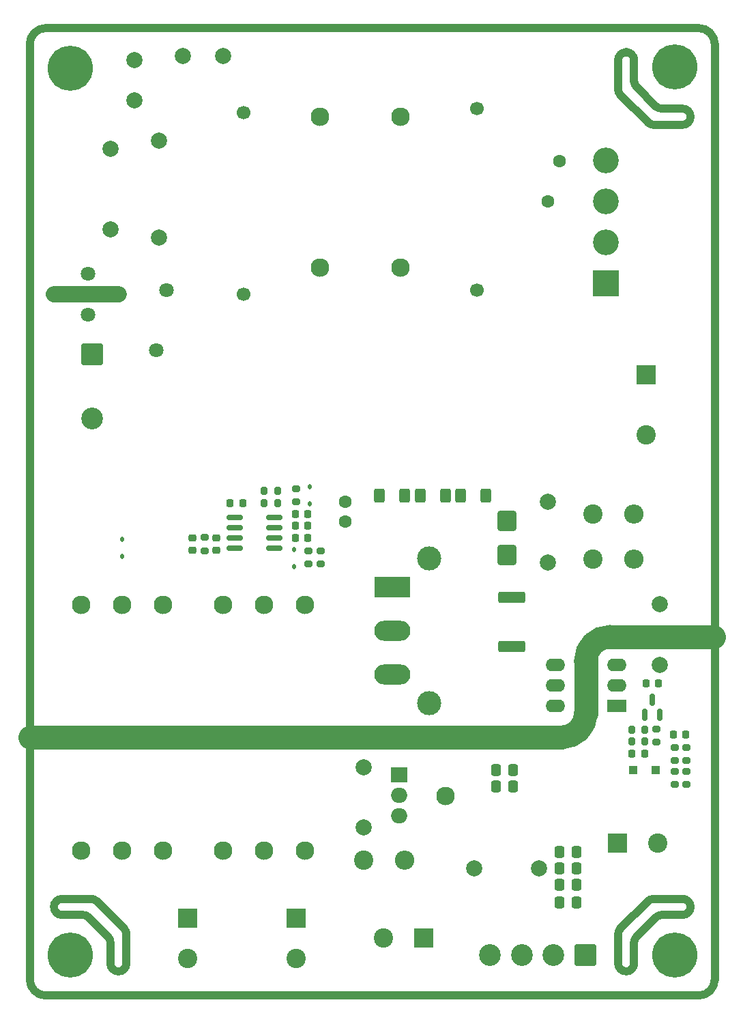
<source format=gbr>
%TF.GenerationSoftware,KiCad,Pcbnew,7.99.0-3539-g7abe2e3ea0*%
%TF.CreationDate,2023-11-11T19:40:51+01:00*%
%TF.ProjectId,ACDC150V24,41434443-3135-4305-9632-342e6b696361,rev?*%
%TF.SameCoordinates,Original*%
%TF.FileFunction,Soldermask,Top*%
%TF.FilePolarity,Negative*%
%FSLAX46Y46*%
G04 Gerber Fmt 4.6, Leading zero omitted, Abs format (unit mm)*
G04 Created by KiCad (PCBNEW 7.99.0-3539-g7abe2e3ea0) date 2023-11-11 19:40:51*
%MOMM*%
%LPD*%
G01*
G04 APERTURE LIST*
G04 Aperture macros list*
%AMRoundRect*
0 Rectangle with rounded corners*
0 $1 Rounding radius*
0 $2 $3 $4 $5 $6 $7 $8 $9 X,Y pos of 4 corners*
0 Add a 4 corners polygon primitive as box body*
4,1,4,$2,$3,$4,$5,$6,$7,$8,$9,$2,$3,0*
0 Add four circle primitives for the rounded corners*
1,1,$1+$1,$2,$3*
1,1,$1+$1,$4,$5*
1,1,$1+$1,$6,$7*
1,1,$1+$1,$8,$9*
0 Add four rect primitives between the rounded corners*
20,1,$1+$1,$2,$3,$4,$5,0*
20,1,$1+$1,$4,$5,$6,$7,0*
20,1,$1+$1,$6,$7,$8,$9,0*
20,1,$1+$1,$8,$9,$2,$3,0*%
G04 Aperture macros list end*
%ADD10C,1.000000*%
%ADD11C,3.000000*%
%ADD12C,2.000000*%
%ADD13RoundRect,0.200000X-0.275000X0.200000X-0.275000X-0.200000X0.275000X-0.200000X0.275000X0.200000X0*%
%ADD14RoundRect,0.200000X-0.200000X-0.275000X0.200000X-0.275000X0.200000X0.275000X-0.200000X0.275000X0*%
%ADD15RoundRect,0.200000X0.275000X-0.200000X0.275000X0.200000X-0.275000X0.200000X-0.275000X-0.200000X0*%
%ADD16C,3.600000*%
%ADD17C,5.600000*%
%ADD18RoundRect,0.250000X-0.400000X-0.625000X0.400000X-0.625000X0.400000X0.625000X-0.400000X0.625000X0*%
%ADD19R,3.200000X3.200000*%
%ADD20C,3.200000*%
%ADD21C,3.000000*%
%ADD22C,1.800000*%
%ADD23RoundRect,0.250000X-0.337500X-0.475000X0.337500X-0.475000X0.337500X0.475000X-0.337500X0.475000X0*%
%ADD24RoundRect,0.225000X-0.250000X0.225000X-0.250000X-0.225000X0.250000X-0.225000X0.250000X0.225000X0*%
%ADD25C,2.000000*%
%ADD26RoundRect,0.225000X-0.225000X-0.250000X0.225000X-0.250000X0.225000X0.250000X-0.225000X0.250000X0*%
%ADD27RoundRect,0.250000X0.337500X0.475000X-0.337500X0.475000X-0.337500X-0.475000X0.337500X-0.475000X0*%
%ADD28RoundRect,0.225000X0.250000X-0.225000X0.250000X0.225000X-0.250000X0.225000X-0.250000X-0.225000X0*%
%ADD29R,2.400000X2.400000*%
%ADD30C,2.400000*%
%ADD31C,1.700000*%
%ADD32RoundRect,0.112500X-0.112500X0.187500X-0.112500X-0.187500X0.112500X-0.187500X0.112500X0.187500X0*%
%ADD33O,2.400000X2.400000*%
%ADD34RoundRect,0.249999X1.425001X-0.450001X1.425001X0.450001X-1.425001X0.450001X-1.425001X-0.450001X0*%
%ADD35R,2.400000X1.600000*%
%ADD36O,2.400000X1.600000*%
%ADD37C,1.600000*%
%ADD38RoundRect,0.150000X0.150000X-0.587500X0.150000X0.587500X-0.150000X0.587500X-0.150000X-0.587500X0*%
%ADD39C,2.300000*%
%ADD40RoundRect,0.250001X-1.099999X1.099999X-1.099999X-1.099999X1.099999X-1.099999X1.099999X1.099999X0*%
%ADD41C,2.700000*%
%ADD42RoundRect,0.200000X0.200000X0.275000X-0.200000X0.275000X-0.200000X-0.275000X0.200000X-0.275000X0*%
%ADD43RoundRect,0.250001X1.099999X1.099999X-1.099999X1.099999X-1.099999X-1.099999X1.099999X-1.099999X0*%
%ADD44RoundRect,0.250000X0.300000X0.300000X-0.300000X0.300000X-0.300000X-0.300000X0.300000X-0.300000X0*%
%ADD45RoundRect,0.225000X0.225000X0.250000X-0.225000X0.250000X-0.225000X-0.250000X0.225000X-0.250000X0*%
%ADD46R,2.000000X1.905000*%
%ADD47O,2.000000X1.905000*%
%ADD48RoundRect,0.250000X-0.900000X1.000000X-0.900000X-1.000000X0.900000X-1.000000X0.900000X1.000000X0*%
%ADD49RoundRect,0.150000X-0.825000X-0.150000X0.825000X-0.150000X0.825000X0.150000X-0.825000X0.150000X0*%
%ADD50R,4.500000X2.500000*%
%ADD51O,4.500000X2.500000*%
G04 APERTURE END LIST*
D10*
X76707107Y11707107D02*
X73292893Y8292893D01*
X0Y118000000D02*
G75*
G02*
X2000000Y120000000I2000000J0D01*
G01*
X76707107Y11707107D02*
G75*
G02*
X77414214Y11999961I707093J-707207D01*
G01*
X75000000Y4000000D02*
X75000000Y6585786D01*
X11707107Y8292893D02*
G75*
G02*
X11999961Y7585786I-707207J-707093D01*
G01*
X81000000Y110000000D02*
G75*
G02*
X82000000Y109000000I0J-1000000D01*
G01*
D11*
X69000000Y41500000D02*
G75*
G02*
X72000000Y44500000I3000000J0D01*
G01*
D10*
X7292893Y9707107D02*
X9707107Y7292893D01*
X77414214Y108000000D02*
X81000000Y108000000D01*
X82000000Y11000000D02*
X82000000Y11000000D01*
D12*
X3000000Y87000000D02*
X11000000Y87000000D01*
D10*
X85000000Y118000000D02*
X85000000Y2000000D01*
X82000000Y109000000D02*
X82000000Y109000000D01*
X74000000Y3000000D02*
G75*
G02*
X73000000Y4000000I0J1000000D01*
G01*
X12000000Y4000000D02*
G75*
G02*
X11000000Y3000000I-1000000J0D01*
G01*
X74000000Y3000000D02*
X74000000Y3000000D01*
X85000000Y2000000D02*
G75*
G02*
X83000000Y0I-2000000J0D01*
G01*
D11*
X84836000Y44500000D02*
X72000000Y44500000D01*
D10*
X75000000Y6585786D02*
G75*
G02*
X75292886Y7292900I1000000J14D01*
G01*
X73000000Y116000000D02*
X73000000Y112414214D01*
X75000000Y4000000D02*
G75*
G02*
X74000000Y3000000I-1000000J0D01*
G01*
X77707107Y9707107D02*
G75*
G02*
X78414214Y9999990I707093J-707107D01*
G01*
X73000000Y7585786D02*
G75*
G02*
X73292907Y8292879I999900J14D01*
G01*
X6585786Y10000000D02*
G75*
G02*
X7292900Y9707114I14J-1000000D01*
G01*
X12000000Y4000000D02*
X12000000Y7585786D01*
X4000000Y10000000D02*
G75*
G02*
X3000000Y11000000I0J1000000D01*
G01*
X77414214Y108000000D02*
G75*
G02*
X76707100Y108292886I-14J1000000D01*
G01*
X73000000Y116000000D02*
G75*
G02*
X74000000Y117000000I1000000J0D01*
G01*
X3000000Y11000000D02*
G75*
G02*
X4000000Y12000000I1000000J0D01*
G01*
X82000000Y109000000D02*
G75*
G02*
X81000000Y108000000I-1000000J0D01*
G01*
X77707107Y110292893D02*
X75292893Y112707107D01*
D11*
X66000000Y32026000D02*
X0Y32026000D01*
D10*
X75000000Y113414214D02*
X75000000Y116000000D01*
X2000000Y0D02*
G75*
G02*
X0Y2000000I0J2000000D01*
G01*
X73292893Y111707107D02*
G75*
G02*
X73000039Y112414214I707207J707093D01*
G01*
X4000000Y10000000D02*
X6585786Y10000000D01*
X9707107Y7292893D02*
G75*
G02*
X9999990Y6585786I-707107J-707093D01*
G01*
X78414214Y10000000D02*
X81000000Y10000000D01*
X7585786Y12000000D02*
X4000000Y12000000D01*
X74000000Y117000000D02*
X74000000Y117000000D01*
X11707107Y8292893D02*
X8292893Y11707107D01*
X11000000Y3000000D02*
X11000000Y3000000D01*
X73000000Y7585786D02*
X73000000Y4000000D01*
X83000000Y0D02*
X2000000Y0D01*
X81000000Y12000000D02*
X77414214Y12000000D01*
X82000000Y11000000D02*
G75*
G02*
X81000000Y10000000I-1000000J0D01*
G01*
X0Y2000000D02*
X0Y118000000D01*
X81000000Y12000000D02*
G75*
G02*
X82000000Y11000000I0J-1000000D01*
G01*
X11000000Y3000000D02*
G75*
G02*
X10000000Y4000000I0J1000000D01*
G01*
X74000000Y117000000D02*
G75*
G02*
X75000000Y116000000I0J-1000000D01*
G01*
X78414214Y110000000D02*
G75*
G02*
X77707121Y110292907I-14J999900D01*
G01*
X7585786Y12000000D02*
G75*
G02*
X8292879Y11707093I14J-999900D01*
G01*
X73292893Y111707107D02*
X76707107Y108292893D01*
D11*
X69000000Y41500000D02*
X69000000Y35026000D01*
D10*
X75292893Y7292893D02*
X77707107Y9707107D01*
X3000000Y11000000D02*
X3000000Y11000000D01*
D11*
X69000000Y35026000D02*
G75*
G02*
X66000000Y32026000I-3000000J0D01*
G01*
D10*
X81000000Y110000000D02*
X78414214Y110000000D01*
X75292893Y112707107D02*
G75*
G02*
X75000010Y113414214I707107J707093D01*
G01*
X83000000Y120000000D02*
G75*
G02*
X85000000Y118000000I0J-2000000D01*
G01*
X10000000Y6585786D02*
X10000000Y4000000D01*
X2000000Y120000000D02*
X83000000Y120000000D01*
D13*
%TO.C,R14*%
X80000000Y27825000D03*
X80000000Y26175000D03*
%TD*%
%TO.C,R19*%
X81500000Y30797000D03*
X81500000Y29147000D03*
%TD*%
D14*
%TO.C,R11*%
X74675000Y31500000D03*
X76325000Y31500000D03*
%TD*%
D15*
%TO.C,R16*%
X80000000Y29147000D03*
X80000000Y30797000D03*
%TD*%
D16*
%TO.C,H2*%
X80000000Y5000000D03*
D17*
X80000000Y5000000D03*
%TD*%
D18*
%TO.C,R5*%
X53450000Y62000000D03*
X56550000Y62000000D03*
%TD*%
D19*
%TO.C,D5*%
X71500000Y88340000D03*
D20*
X71500000Y93420000D03*
X71500000Y98500000D03*
X71500000Y103580000D03*
%TD*%
D21*
%TO.C,HS1*%
X49598450Y36233000D03*
X49598450Y54233000D03*
%TD*%
D22*
%TO.C,F1*%
X7200000Y84460000D03*
X7200000Y89540000D03*
%TD*%
D23*
%TO.C,C16*%
X65764500Y17801500D03*
X67839500Y17801500D03*
%TD*%
D22*
%TO.C,RV1*%
X17000000Y87500000D03*
X15700000Y80000000D03*
%TD*%
D24*
%TO.C,C2*%
X23175000Y56775000D03*
X23175000Y55225000D03*
%TD*%
D25*
%TO.C,SW1*%
X10000000Y105000000D03*
X16000000Y106000000D03*
X10000000Y95000000D03*
X16000000Y94000000D03*
%TD*%
D26*
%TO.C,C4*%
X32975000Y58250000D03*
X34525000Y58250000D03*
%TD*%
D25*
%TO.C,C27*%
X78181200Y41004800D03*
X78181200Y48504800D03*
%TD*%
D27*
%TO.C,C19*%
X67839500Y13716000D03*
X65764500Y13716000D03*
%TD*%
D25*
%TO.C,C28*%
X41402000Y20828000D03*
X41402000Y28328000D03*
%TD*%
D28*
%TO.C,C10*%
X20200000Y55225000D03*
X20200000Y56775000D03*
%TD*%
D29*
%TO.C,C24*%
X19558000Y9625459D03*
D30*
X19558000Y4625459D03*
%TD*%
D31*
%TO.C,C7*%
X26500000Y109500000D03*
X26500000Y87000000D03*
%TD*%
D15*
%TO.C,R1*%
X34544000Y53531000D03*
X34544000Y55181000D03*
%TD*%
D26*
%TO.C,C5*%
X32950000Y59750000D03*
X34500000Y59750000D03*
%TD*%
D32*
%TO.C,D3*%
X11430000Y56549000D03*
X11430000Y54449000D03*
%TD*%
D29*
%TO.C,C23*%
X33020000Y9625459D03*
D30*
X33020000Y4625459D03*
%TD*%
%TO.C,R18*%
X69850000Y59690000D03*
D33*
X74930000Y59690000D03*
%TD*%
D34*
%TO.C,R4*%
X59817000Y43305000D03*
X59817000Y49405000D03*
%TD*%
D32*
%TO.C,D2*%
X34775500Y63130500D03*
X34775500Y61030500D03*
%TD*%
D35*
%TO.C,U2*%
X72825000Y35895000D03*
D36*
X72825000Y38435000D03*
X72825000Y40975000D03*
X65205000Y40975000D03*
X65205000Y38435000D03*
X65205000Y35895000D03*
%TD*%
D31*
%TO.C,C11*%
X55500000Y110000000D03*
X55500000Y87500000D03*
%TD*%
D29*
%TO.C,C15*%
X76500000Y77000000D03*
D30*
X76500000Y69500000D03*
%TD*%
D27*
%TO.C,C26*%
X59965500Y27940000D03*
X57890500Y27940000D03*
%TD*%
D37*
%TO.C,C6*%
X39116000Y61250000D03*
X39116000Y58750000D03*
%TD*%
D30*
%TO.C,R17*%
X69865000Y54102000D03*
D33*
X74945000Y54102000D03*
%TD*%
D29*
%TO.C,C22*%
X72924541Y18896459D03*
D30*
X77924541Y18896459D03*
%TD*%
D38*
%TO.C,U3*%
X76300000Y34812500D03*
X78200000Y34812500D03*
X77250000Y36687500D03*
%TD*%
D39*
%TO.C,FL1*%
X36000000Y90250000D03*
X46000000Y90250000D03*
X36000000Y109000000D03*
X46000000Y109000000D03*
%TD*%
D26*
%TO.C,C13*%
X76475000Y38750000D03*
X78025000Y38750000D03*
%TD*%
D25*
%TO.C,C20*%
X64250000Y53750000D03*
X64250000Y61250000D03*
%TD*%
D18*
%TO.C,R7*%
X43400000Y62000000D03*
X46500000Y62000000D03*
%TD*%
D16*
%TO.C,H4*%
X80000000Y115200000D03*
D17*
X80000000Y115200000D03*
%TD*%
D25*
%TO.C,C9*%
X13000000Y111000000D03*
X13000000Y116000000D03*
%TD*%
D23*
%TO.C,C25*%
X57890500Y25908000D03*
X59965500Y25908000D03*
%TD*%
D26*
%TO.C,C1*%
X24875000Y61060000D03*
X26425000Y61060000D03*
%TD*%
D30*
%TO.C,R20*%
X41417000Y16764000D03*
D33*
X46497000Y16764000D03*
%TD*%
D13*
%TO.C,R15*%
X81500000Y27825000D03*
X81500000Y26175000D03*
%TD*%
D37*
%TO.C,TH1*%
X64250000Y98500000D03*
X65750000Y103500000D03*
%TD*%
D15*
%TO.C,R2*%
X21700000Y55175000D03*
X21700000Y56825000D03*
%TD*%
D40*
%TO.C,J1*%
X7750000Y79500000D03*
D41*
X7750000Y71580000D03*
%TD*%
D26*
%TO.C,C14*%
X79870000Y32385000D03*
X81420000Y32385000D03*
%TD*%
D39*
%TO.C,TR1*%
X34160000Y48500000D03*
X29080000Y48500000D03*
X24000000Y48500000D03*
X16507000Y48500000D03*
X11427000Y48500000D03*
X6347000Y48500000D03*
X6347000Y18020000D03*
X11427000Y18020000D03*
X16507000Y18020000D03*
X24000000Y18020000D03*
X29080000Y18020000D03*
X34160000Y18020000D03*
%TD*%
D18*
%TO.C,R6*%
X48450000Y62000000D03*
X51550000Y62000000D03*
%TD*%
D23*
%TO.C,C18*%
X65764500Y11557000D03*
X67839500Y11557000D03*
%TD*%
D25*
%TO.C,C8*%
X24000000Y116500000D03*
X19000000Y116500000D03*
%TD*%
D15*
%TO.C,R3*%
X36068000Y53531000D03*
X36068000Y55181000D03*
%TD*%
D42*
%TO.C,R10*%
X30750000Y61060000D03*
X29100000Y61060000D03*
%TD*%
D43*
%TO.C,J2*%
X68960000Y5000000D03*
D41*
X65000000Y5000000D03*
X61040000Y5000000D03*
X57080000Y5000000D03*
%TD*%
D44*
%TO.C,D4*%
X77650000Y28000000D03*
X74850000Y28000000D03*
%TD*%
D45*
%TO.C,C12*%
X76275000Y30000000D03*
X74725000Y30000000D03*
%TD*%
D42*
%TO.C,R12*%
X76325000Y33000000D03*
X74675000Y33000000D03*
%TD*%
D13*
%TO.C,R8*%
X33020000Y62865000D03*
X33020000Y61215000D03*
%TD*%
D42*
%TO.C,R9*%
X30750000Y62560000D03*
X29100000Y62560000D03*
%TD*%
D46*
%TO.C,D7*%
X45814000Y27342000D03*
D47*
X45814000Y24802000D03*
X45814000Y22262000D03*
%TD*%
D26*
%TO.C,C3*%
X32975000Y56750000D03*
X34525000Y56750000D03*
%TD*%
D39*
%TO.C,HS2*%
X51562000Y24765000D03*
%TD*%
D16*
%TO.C,H3*%
X5000000Y5000000D03*
D17*
X5000000Y5000000D03*
%TD*%
D27*
%TO.C,C17*%
X67839500Y15748000D03*
X65764500Y15748000D03*
%TD*%
D29*
%TO.C,C21*%
X48868459Y7112000D03*
D30*
X43868459Y7112000D03*
%TD*%
D15*
%TO.C,R13*%
X77724000Y31433000D03*
X77724000Y33083000D03*
%TD*%
D48*
%TO.C,D6*%
X59250000Y58900000D03*
X59250000Y54600000D03*
%TD*%
D32*
%TO.C,D1*%
X32766000Y55279000D03*
X32766000Y53179000D03*
%TD*%
D25*
%TO.C,L1*%
X63182000Y15748000D03*
X55182000Y15748000D03*
%TD*%
D49*
%TO.C,U1*%
X25400000Y59310000D03*
X25400000Y58040000D03*
X25400000Y56770000D03*
X25400000Y55500000D03*
X30350000Y55500000D03*
X30350000Y56770000D03*
X30350000Y58040000D03*
X30350000Y59310000D03*
%TD*%
D50*
%TO.C,Q1*%
X45000000Y50700000D03*
D51*
X45000000Y45250000D03*
X45000000Y39800000D03*
%TD*%
D16*
%TO.C,H1*%
X5000000Y115000000D03*
D17*
X5000000Y115000000D03*
%TD*%
M02*

</source>
